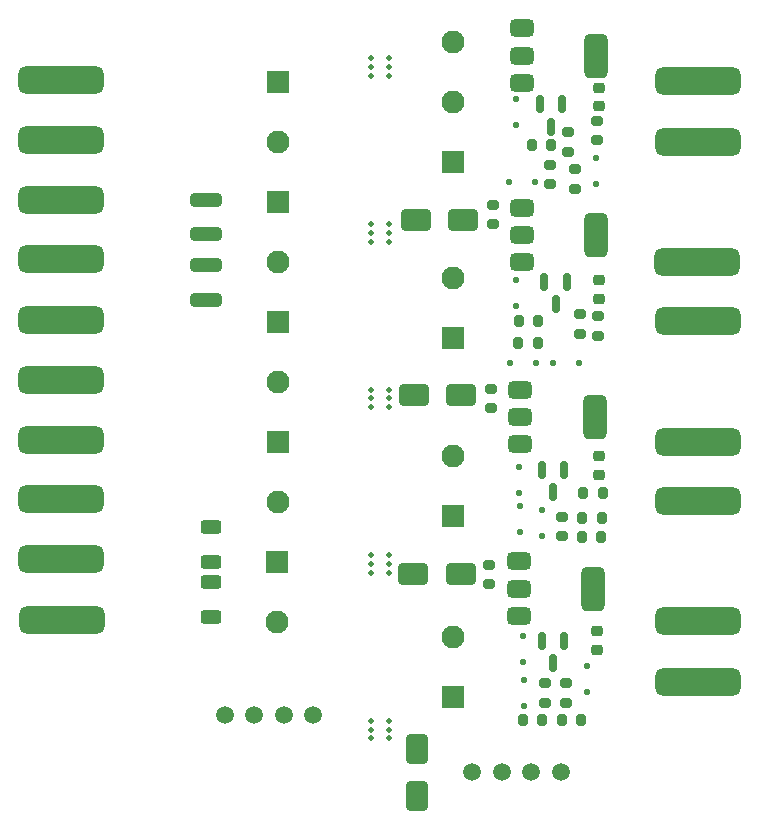
<source format=gbr>
%TF.GenerationSoftware,KiCad,Pcbnew,7.0.11*%
%TF.CreationDate,2025-07-03T12:22:14-04:00*%
%TF.ProjectId,14.1.6 - PMOS - PLC Connector Combined,31342e31-2e36-4202-9d20-504d4f53202d,rev?*%
%TF.SameCoordinates,Original*%
%TF.FileFunction,Soldermask,Top*%
%TF.FilePolarity,Negative*%
%FSLAX46Y46*%
G04 Gerber Fmt 4.6, Leading zero omitted, Abs format (unit mm)*
G04 Created by KiCad (PCBNEW 7.0.11) date 2025-07-03 12:22:14*
%MOMM*%
%LPD*%
G01*
G04 APERTURE LIST*
G04 Aperture macros list*
%AMRoundRect*
0 Rectangle with rounded corners*
0 $1 Rounding radius*
0 $2 $3 $4 $5 $6 $7 $8 $9 X,Y pos of 4 corners*
0 Add a 4 corners polygon primitive as box body*
4,1,4,$2,$3,$4,$5,$6,$7,$8,$9,$2,$3,0*
0 Add four circle primitives for the rounded corners*
1,1,$1+$1,$2,$3*
1,1,$1+$1,$4,$5*
1,1,$1+$1,$6,$7*
1,1,$1+$1,$8,$9*
0 Add four rect primitives between the rounded corners*
20,1,$1+$1,$2,$3,$4,$5,0*
20,1,$1+$1,$4,$5,$6,$7,0*
20,1,$1+$1,$6,$7,$8,$9,0*
20,1,$1+$1,$8,$9,$2,$3,0*%
G04 Aperture macros list end*
%ADD10RoundRect,0.200000X-0.275000X0.200000X-0.275000X-0.200000X0.275000X-0.200000X0.275000X0.200000X0*%
%ADD11RoundRect,0.125000X0.125000X-0.125000X0.125000X0.125000X-0.125000X0.125000X-0.125000X-0.125000X0*%
%ADD12C,1.950000*%
%ADD13R,1.950000X1.950000*%
%ADD14RoundRect,0.572500X-3.045750X-0.572500X3.045750X-0.572500X3.045750X0.572500X-3.045750X0.572500X0*%
%ADD15C,0.500000*%
%ADD16RoundRect,0.200000X0.275000X-0.200000X0.275000X0.200000X-0.275000X0.200000X-0.275000X-0.200000X0*%
%ADD17RoundRect,0.218750X0.256250X-0.218750X0.256250X0.218750X-0.256250X0.218750X-0.256250X-0.218750X0*%
%ADD18RoundRect,0.125000X-0.125000X0.125000X-0.125000X-0.125000X0.125000X-0.125000X0.125000X0.125000X0*%
%ADD19RoundRect,0.200000X0.200000X0.275000X-0.200000X0.275000X-0.200000X-0.275000X0.200000X-0.275000X0*%
%ADD20RoundRect,0.250000X1.075000X-0.312500X1.075000X0.312500X-1.075000X0.312500X-1.075000X-0.312500X0*%
%ADD21RoundRect,0.250000X-0.650000X1.000000X-0.650000X-1.000000X0.650000X-1.000000X0.650000X1.000000X0*%
%ADD22RoundRect,0.150000X-0.150000X0.587500X-0.150000X-0.587500X0.150000X-0.587500X0.150000X0.587500X0*%
%ADD23RoundRect,0.200000X-0.200000X-0.275000X0.200000X-0.275000X0.200000X0.275000X-0.200000X0.275000X0*%
%ADD24RoundRect,0.375000X-0.625000X-0.375000X0.625000X-0.375000X0.625000X0.375000X-0.625000X0.375000X0*%
%ADD25RoundRect,0.500000X-0.500000X-1.400000X0.500000X-1.400000X0.500000X1.400000X-0.500000X1.400000X0*%
%ADD26RoundRect,0.250000X-1.000000X-0.650000X1.000000X-0.650000X1.000000X0.650000X-1.000000X0.650000X0*%
%ADD27RoundRect,0.125000X-0.125000X-0.125000X0.125000X-0.125000X0.125000X0.125000X-0.125000X0.125000X0*%
%ADD28RoundRect,0.250000X-1.075000X0.312500X-1.075000X-0.312500X1.075000X-0.312500X1.075000X0.312500X0*%
%ADD29RoundRect,0.250000X0.625000X-0.312500X0.625000X0.312500X-0.625000X0.312500X-0.625000X-0.312500X0*%
%ADD30C,1.498600*%
%ADD31RoundRect,0.125000X0.125000X0.125000X-0.125000X0.125000X-0.125000X-0.125000X0.125000X-0.125000X0*%
%ADD32RoundRect,0.250000X-0.625000X0.312500X-0.625000X-0.312500X0.625000X-0.312500X0.625000X0.312500X0*%
G04 APERTURE END LIST*
D10*
%TO.C,R3*%
X110880000Y-82750000D03*
X110880000Y-84400000D03*
%TD*%
%TO.C,R7*%
X110530000Y-113230000D03*
X110530000Y-114880000D03*
%TD*%
D11*
%TO.C,D13*%
X118840000Y-123980000D03*
X118840000Y-121780000D03*
%TD*%
D12*
%TO.C,J317*%
X107500000Y-89000000D03*
D13*
X107500000Y-94080000D03*
%TD*%
D14*
%TO.C,J302*%
X128210000Y-118050000D03*
%TD*%
D15*
%TO.C,mouse-bite-2mm-slot*%
X100550000Y-85890000D03*
X102050000Y-85890000D03*
X100550000Y-85140000D03*
X102050000Y-85140000D03*
X100550000Y-84390000D03*
X102050000Y-84390000D03*
%TD*%
D16*
%TO.C,R17*%
X119660000Y-77310000D03*
X119660000Y-75660000D03*
%TD*%
D15*
%TO.C,mouse-bite-2mm-slot*%
X100550000Y-127950000D03*
X102050000Y-127950000D03*
X100550000Y-127200000D03*
X102050000Y-127200000D03*
X100550000Y-126450000D03*
X102050000Y-126450000D03*
%TD*%
D17*
%TO.C,D3*%
X119690000Y-120455000D03*
X119690000Y-118880000D03*
%TD*%
D14*
%TO.C,J310*%
X128240000Y-72320000D03*
%TD*%
D18*
%TO.C,D7*%
X115040000Y-108642500D03*
X115040000Y-110842500D03*
%TD*%
D16*
%TO.C,R5*%
X116700000Y-110840000D03*
X116700000Y-109190000D03*
%TD*%
D18*
%TO.C,D14*%
X113190000Y-108302500D03*
X113190000Y-110502500D03*
%TD*%
D19*
%TO.C,R21*%
X114685000Y-92570000D03*
X113035000Y-92570000D03*
%TD*%
%TO.C,R14*%
X120030000Y-110880000D03*
X118380000Y-110880000D03*
%TD*%
D14*
%TO.C,J210*%
X74278250Y-72187224D03*
%TD*%
D20*
%TO.C,R25*%
X86600000Y-85262500D03*
X86600000Y-82337500D03*
%TD*%
D18*
%TO.C,D11*%
X113110000Y-104942500D03*
X113110000Y-107142500D03*
%TD*%
D17*
%TO.C,D1*%
X119820000Y-74437500D03*
X119820000Y-72862500D03*
%TD*%
D14*
%TO.C,J209*%
X74278250Y-77245000D03*
%TD*%
D10*
%TO.C,R6*%
X110680000Y-98335000D03*
X110680000Y-99985000D03*
%TD*%
D21*
%TO.C,D303*%
X104400000Y-128862500D03*
X104400000Y-132862500D03*
%TD*%
D22*
%TO.C,Q1*%
X116880000Y-119700000D03*
X114980000Y-119700000D03*
X115930000Y-121575000D03*
%TD*%
D23*
%TO.C,R18*%
X118415000Y-109310000D03*
X120065000Y-109310000D03*
%TD*%
D14*
%TO.C,J314*%
X128230000Y-102820000D03*
%TD*%
%TO.C,J311*%
X128260000Y-92650000D03*
%TD*%
D24*
%TO.C,Q8*%
X113170000Y-98420000D03*
X113170000Y-100720000D03*
X113170000Y-103020000D03*
D25*
X119470000Y-100720000D03*
%TD*%
D14*
%TO.C,J206*%
X74308250Y-92488334D03*
%TD*%
D11*
%TO.C,D6*%
X112830000Y-91357500D03*
X112830000Y-89157500D03*
%TD*%
D14*
%TO.C,J306*%
X128180000Y-87590000D03*
%TD*%
%TO.C,J307*%
X128230000Y-123140000D03*
%TD*%
D26*
%TO.C,D302*%
X104120000Y-113990000D03*
X108120000Y-113990000D03*
%TD*%
D24*
%TO.C,Q6*%
X113300000Y-83007500D03*
X113300000Y-85307500D03*
X113300000Y-87607500D03*
D25*
X119600000Y-85307500D03*
%TD*%
D23*
%TO.C,R12*%
X118520000Y-107180000D03*
X120170000Y-107180000D03*
%TD*%
D27*
%TO.C,D15*%
X112350000Y-96140000D03*
X114550000Y-96140000D03*
%TD*%
D14*
%TO.C,J202*%
X74298250Y-112799446D03*
%TD*%
D28*
%TO.C,R24*%
X86600000Y-87875000D03*
X86600000Y-90800000D03*
%TD*%
D14*
%TO.C,J309*%
X128230000Y-77420000D03*
%TD*%
D22*
%TO.C,Q2*%
X116900000Y-105240000D03*
X115000000Y-105240000D03*
X115950000Y-107115000D03*
%TD*%
D11*
%TO.C,D5*%
X112800000Y-76017500D03*
X112800000Y-73817500D03*
%TD*%
D16*
%TO.C,R10*%
X119780000Y-93860000D03*
X119780000Y-92210000D03*
%TD*%
D12*
%TO.C,J222*%
X92640000Y-97740000D03*
D13*
X92640000Y-92660000D03*
%TD*%
D14*
%TO.C,J203*%
X74308250Y-107721668D03*
%TD*%
D11*
%TO.C,D12*%
X113460000Y-125200000D03*
X113460000Y-123000000D03*
%TD*%
D29*
%TO.C,R22*%
X87000000Y-117662500D03*
X87000000Y-114737500D03*
%TD*%
D23*
%TO.C,R20*%
X113020000Y-94460000D03*
X114670000Y-94460000D03*
%TD*%
%TO.C,R4*%
X114135000Y-77680000D03*
X115785000Y-77680000D03*
%TD*%
D14*
%TO.C,J315*%
X128210000Y-107880000D03*
%TD*%
%TO.C,J208*%
X74298250Y-82342778D03*
%TD*%
D12*
%TO.C,J224*%
X92600000Y-118060000D03*
D13*
X92600000Y-112980000D03*
%TD*%
D12*
%TO.C,J320*%
X107500000Y-104000000D03*
D13*
X107500000Y-109080000D03*
%TD*%
D26*
%TO.C,D301*%
X104160000Y-98860000D03*
X108160000Y-98860000D03*
%TD*%
D22*
%TO.C,Q3*%
X117120000Y-89315000D03*
X115220000Y-89315000D03*
X116170000Y-91190000D03*
%TD*%
D30*
%TO.C,J226*%
X95660000Y-125970000D03*
X93160000Y-125970000D03*
X90660000Y-125970000D03*
X88160000Y-125970000D03*
%TD*%
D14*
%TO.C,J201*%
X74370000Y-117920000D03*
%TD*%
D19*
%TO.C,R8*%
X115040000Y-126430000D03*
X113390000Y-126430000D03*
%TD*%
D23*
%TO.C,R11*%
X116690000Y-126380000D03*
X118340000Y-126380000D03*
%TD*%
D31*
%TO.C,D10*%
X118160000Y-96160000D03*
X115960000Y-96160000D03*
%TD*%
D12*
%TO.C,J318*%
X107500000Y-69000000D03*
X107500000Y-74080000D03*
D13*
X107500000Y-79160000D03*
%TD*%
D24*
%TO.C,Q5*%
X113300000Y-67840000D03*
X113300000Y-70140000D03*
X113300000Y-72440000D03*
D25*
X119600000Y-70140000D03*
%TD*%
D16*
%TO.C,R9*%
X117850000Y-81405000D03*
X117850000Y-79755000D03*
%TD*%
D17*
%TO.C,D4*%
X119820000Y-105625000D03*
X119820000Y-104050000D03*
%TD*%
D27*
%TO.C,D16*%
X112230000Y-80860000D03*
X114430000Y-80860000D03*
%TD*%
D16*
%TO.C,R19*%
X115260000Y-124935000D03*
X115260000Y-123285000D03*
%TD*%
D10*
%TO.C,R15*%
X118220000Y-92030000D03*
X118220000Y-93680000D03*
%TD*%
D32*
%TO.C,R23*%
X87000000Y-110075000D03*
X87000000Y-113000000D03*
%TD*%
D15*
%TO.C,mouse-bite-2mm-slot*%
X100550000Y-99910000D03*
X102050000Y-99910000D03*
X100550000Y-99160000D03*
X102050000Y-99160000D03*
X100550000Y-98410000D03*
X102050000Y-98410000D03*
%TD*%
D26*
%TO.C,D309*%
X104360000Y-84070000D03*
X108360000Y-84070000D03*
%TD*%
D15*
%TO.C,mouse-bite-2mm-slot*%
X100550000Y-113920000D03*
X102050000Y-113920000D03*
X100550000Y-113170000D03*
X102050000Y-113170000D03*
X100550000Y-112420000D03*
X102050000Y-112420000D03*
%TD*%
D22*
%TO.C,Q4*%
X116710000Y-74272500D03*
X114810000Y-74272500D03*
X115760000Y-76147500D03*
%TD*%
D14*
%TO.C,J204*%
X74298250Y-102653890D03*
%TD*%
%TO.C,J207*%
X74308250Y-87400556D03*
%TD*%
%TO.C,J205*%
X74280000Y-97590000D03*
%TD*%
D12*
%TO.C,J221*%
X92640000Y-107900000D03*
D13*
X92640000Y-102820000D03*
%TD*%
D11*
%TO.C,D8*%
X113450000Y-121457500D03*
X113450000Y-119257500D03*
%TD*%
D12*
%TO.C,J223*%
X92640000Y-77420000D03*
D13*
X92640000Y-72340000D03*
%TD*%
D24*
%TO.C,Q10*%
X113040000Y-112960000D03*
X113040000Y-115260000D03*
X113040000Y-117560000D03*
D25*
X119340000Y-115260000D03*
%TD*%
D12*
%TO.C,J225*%
X92640000Y-87580000D03*
D13*
X92640000Y-82500000D03*
%TD*%
D17*
%TO.C,D2*%
X119820000Y-90710000D03*
X119820000Y-89135000D03*
%TD*%
D10*
%TO.C,R13*%
X117040000Y-123265000D03*
X117040000Y-124915000D03*
%TD*%
D15*
%TO.C,mouse-bite-2mm-slot*%
X100540000Y-71860000D03*
X102040000Y-71860000D03*
X100540000Y-71110000D03*
X102040000Y-71110000D03*
X100540000Y-70360000D03*
X102040000Y-70360000D03*
%TD*%
D16*
%TO.C,R1*%
X115700000Y-81025000D03*
X115700000Y-79375000D03*
%TD*%
D11*
%TO.C,D9*%
X119590000Y-81010000D03*
X119590000Y-78810000D03*
%TD*%
D12*
%TO.C,J319*%
X107500000Y-119400000D03*
D13*
X107500000Y-124480000D03*
%TD*%
D16*
%TO.C,R2*%
X117260000Y-78270000D03*
X117260000Y-76620000D03*
%TD*%
D30*
%TO.C,J321*%
X116620000Y-130760000D03*
X114120000Y-130760000D03*
X111620000Y-130760000D03*
X109120000Y-130760000D03*
%TD*%
M02*

</source>
